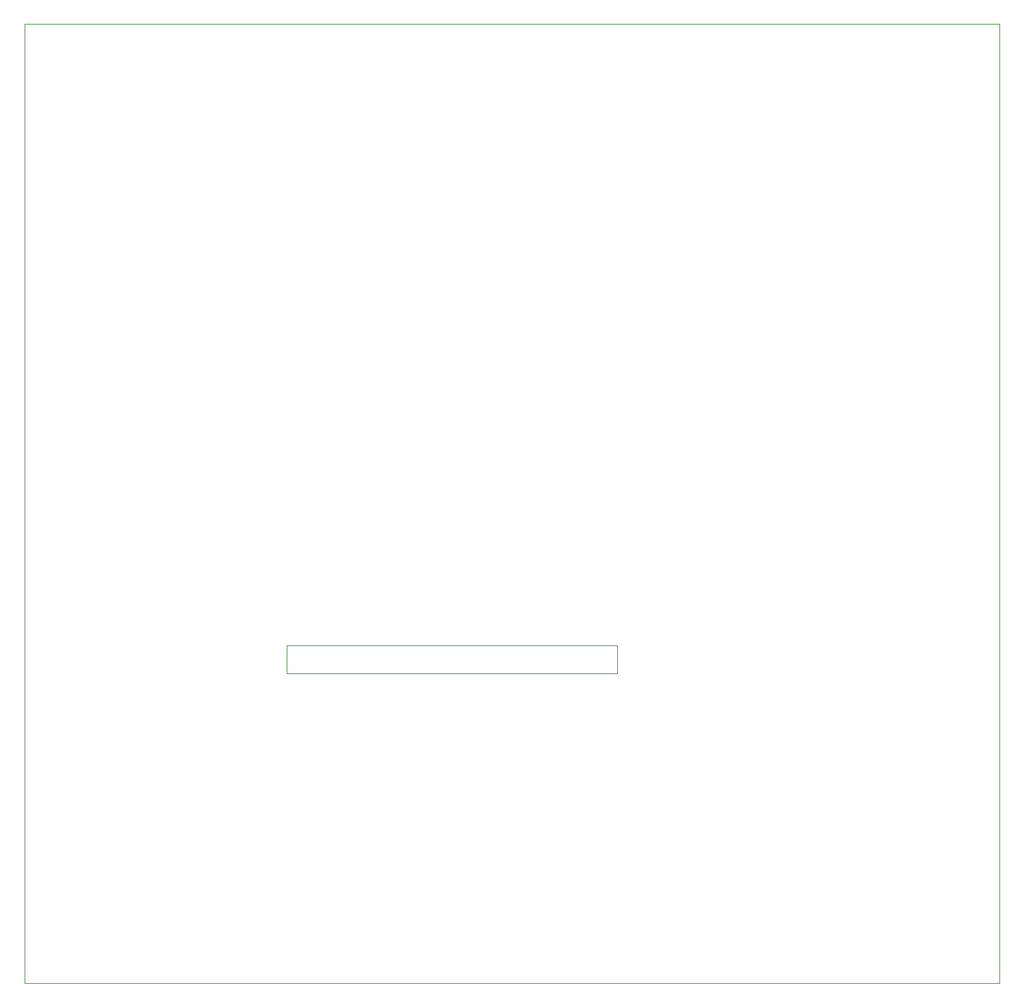
<source format=gbr>
%TF.GenerationSoftware,KiCad,Pcbnew,9.0.2*%
%TF.CreationDate,2025-09-14T14:53:03+07:00*%
%TF.ProjectId,train1,74726169-6e31-42e6-9b69-6361645f7063,rev?*%
%TF.SameCoordinates,Original*%
%TF.FileFunction,Profile,NP*%
%FSLAX46Y46*%
G04 Gerber Fmt 4.6, Leading zero omitted, Abs format (unit mm)*
G04 Created by KiCad (PCBNEW 9.0.2) date 2025-09-14 14:53:03*
%MOMM*%
%LPD*%
G01*
G04 APERTURE LIST*
%TA.AperFunction,Profile*%
%ADD10C,0.050000*%
%TD*%
G04 APERTURE END LIST*
D10*
X140500000Y-27900000D02*
X261400000Y-27900000D01*
X261400000Y-146900000D01*
X140500000Y-146900000D01*
X140500000Y-27900000D01*
X173000000Y-105000000D02*
X214000000Y-105000000D01*
X214000000Y-108500000D01*
X173000000Y-108500000D01*
X173000000Y-105000000D01*
M02*

</source>
